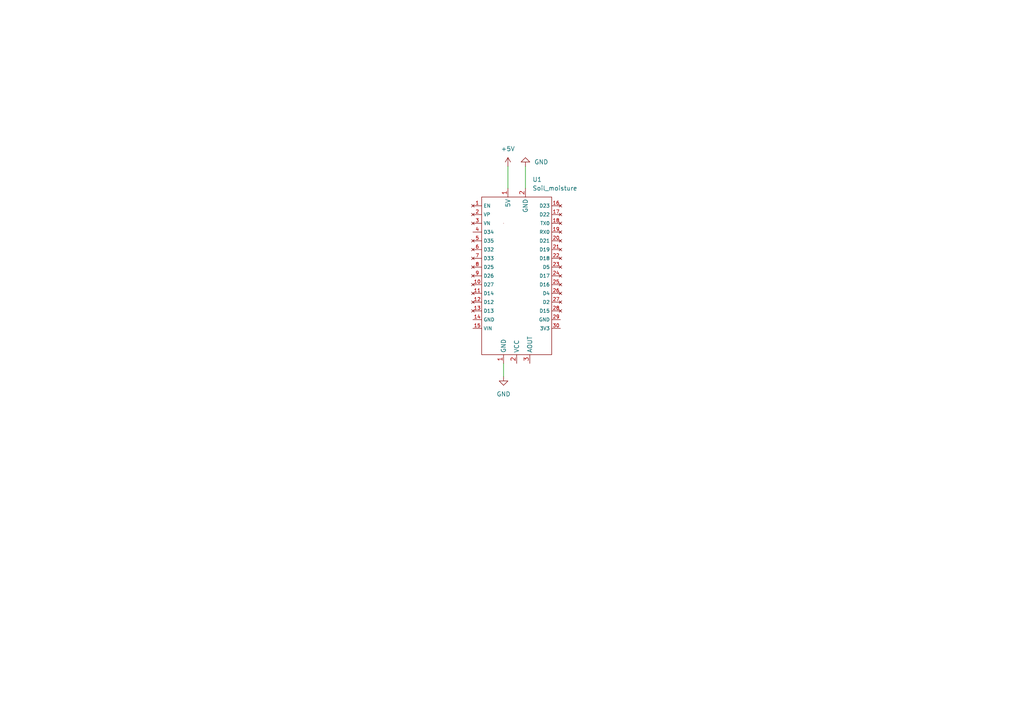
<source format=kicad_sch>
(kicad_sch (version 20211123) (generator eeschema)
  (paper "A4")
  (lib_symbols
    (symbol "Soil moisture:Soil_moisture"
      (property "Reference" "U" (at 0 0 0))
      (property "Value" "Soil_moisture" (at 0 -36.83 0))
      (symbol "Soil_moisture_0_1"
        (rectangle (start -10.16 20.32) (end 10.16 -25.4))
        (rectangle (start -3.81 12.7) (end -3.81 12.7))
      )
      (symbol "Soil_moisture_1_1"
        (pin input line (at -2.54 22.86 270) (length 2.54) (name "5V") (number "1"))
        (pin no_connect line (at -12.7 17.78 0) (length 2.54) (name "EN") (number "1"))
        (pin output line (at -3.81 -27.94 90) (length 2.54) (name "GND") (number "1"))
        (pin no_connect line (at -12.7 -5.08 0) (length 2.54) (name "D27") (number "10"))
        (pin no_connect line (at -12.7 -7.62 0) (length 2.54) (name "D14") (number "11"))
        (pin no_connect line (at -12.7 -10.16 0) (length 2.54) (name "D12") (number "12"))
        (pin no_connect line (at -12.7 -12.7 0) (length 2.54) (name "D13") (number "13"))
        (pin output line (at -12.7 -15.24 0) (length 2.54) (name "GND") (number "14"))
        (pin input line (at -12.7 -17.78 0) (length 2.54) (name "VIN") (number "15"))
        (pin no_connect line (at 12.7 17.78 180) (length 2.54) (name "D23") (number "16"))
        (pin no_connect line (at 12.7 15.24 180) (length 2.54) (name "D22") (number "17"))
        (pin no_connect line (at 12.7 12.7 180) (length 2.54) (name "TX0") (number "18"))
        (pin no_connect line (at 12.7 10.16 180) (length 2.54) (name "RX0") (number "19"))
        (pin input line (at 2.54 22.86 270) (length 2.54) (name "GND") (number "2"))
        (pin output line (at 0 -27.94 90) (length 2.54) (name "VCC") (number "2"))
        (pin no_connect line (at -12.7 15.24 0) (length 2.54) (name "VP") (number "2"))
        (pin no_connect line (at 12.7 7.62 180) (length 2.54) (name "D21") (number "20"))
        (pin no_connect line (at 12.7 5.08 180) (length 2.54) (name "D19") (number "21"))
        (pin no_connect line (at 12.7 2.54 180) (length 2.54) (name "D18") (number "22"))
        (pin no_connect line (at 12.7 0 180) (length 2.54) (name "D5") (number "23"))
        (pin no_connect line (at 12.7 -2.54 180) (length 2.54) (name "D17") (number "24"))
        (pin no_connect line (at 12.7 -5.08 180) (length 2.54) (name "D16") (number "25"))
        (pin no_connect line (at 12.7 -7.62 180) (length 2.54) (name "D4") (number "26"))
        (pin no_connect line (at 12.7 -10.16 180) (length 2.54) (name "D2") (number "27"))
        (pin no_connect line (at 12.7 -12.7 180) (length 2.54) (name "D15") (number "28"))
        (pin output line (at 12.7 -15.24 180) (length 2.54) (name "GND") (number "29"))
        (pin output line (at 3.81 -27.94 90) (length 2.54) (name "AOUT") (number "3"))
        (pin no_connect line (at -12.7 12.7 0) (length 2.54) (name "VN") (number "3"))
        (pin input line (at 12.7 -17.78 180) (length 2.54) (name "3V3") (number "30"))
        (pin input line (at -12.7 10.16 0) (length 2.54) (name "D34") (number "4"))
        (pin no_connect line (at -12.7 7.62 0) (length 2.54) (name "D35") (number "5"))
        (pin no_connect line (at -12.7 5.08 0) (length 2.54) (name "D32") (number "6"))
        (pin no_connect line (at -12.7 2.54 0) (length 2.54) (name "D33") (number "7"))
        (pin no_connect line (at -12.7 0 0) (length 2.54) (name "D25") (number "8"))
        (pin no_connect line (at -12.7 -2.54 0) (length 2.54) (name "D26") (number "9"))
      )
    )
    (symbol "power:+5V" (power) (pin_names (offset 0))
      (property "Value" "+5V" (at 0 3.556 0))
      (symbol "+5V_0_1"
        (polyline (pts (xy -0.762 1.27) (xy 0 2.54)))
        (polyline (pts (xy 0 0) (xy 0 2.54)))
        (polyline (pts (xy 0 2.54) (xy 0.762 1.27)))
      )
      (symbol "+5V_1_1"
        (pin power_in line (at 0 0 90) (length 0) hide (name "+5V") (number "1"))
      )
    )
    (symbol "power:GND" (power) (pin_names (offset 0))
      (property "Value" "GND" (at 0 -3.81 0))
      (symbol "GND_0_1"
        (polyline (pts (xy 0 0) (xy 0 -1.27) (xy 1.27 -1.27) (xy 0 -2.54) (xy -1.27 -1.27) (xy 0 -1.27)))
      )
      (symbol "GND_1_1"
        (pin power_in line (at 0 0 270) (length 0) hide (name "GND") (number "1"))
      )
    )
  )
  (wire (pts (xy 147.32 48.26) (xy 147.32 54.61)))
  (wire (pts (xy 146.05 105.41) (xy 146.05 109.22)))
  (wire (pts (xy 152.4 48.26) (xy 152.4 54.61)))
  (symbol (lib_id "power:GND") (at 152.4 48.26 180) (unit 1)
    (property "Reference" "#PWR0103" (effects hide))
    (property "Value" "GND" (at 154.94 46.9899 0) (effects (justify right)))
  )
  (symbol (lib_id "power:GND") (at 146.05 109.22 0) (unit 1)
    (property "Reference" "#PWR0102" (effects hide))
    (property "Value" "GND" (at 146.05 114.3 0))
  )
  (symbol (lib_id "Soil moisture:Soil_moisture") (at 149.86 77.47 0) (unit 1)
    (property "Reference" "U1" (at 154.4194 52.07 0) (effects (justify left)))
    (property "Value" "Soil_moisture" (at 154.4194 54.61 0) (effects (justify left)))
    (property "Footprint" "soil moisture:Soil" (effects hide))
  )
  (symbol (lib_id "power:+5V") (at 147.32 48.26 0) (unit 1)
    (property "Reference" "#PWR0101" (effects hide))
    (property "Value" "+5V" (at 147.32 43.18 0))
  )
)
</source>
